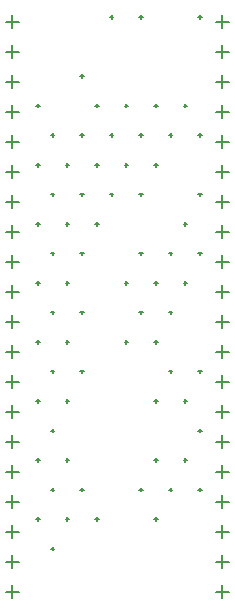
<source format=gbr>
%TF.GenerationSoftware,Altium Limited,Altium Designer,23.10.1 (27)*%
G04 Layer_Color=128*
%FSLAX45Y45*%
%MOMM*%
%TF.SameCoordinates,7A70C931-5BDF-4ABD-901A-901AFED5F3BC*%
%TF.FilePolarity,Positive*%
%TF.FileFunction,Drillmap*%
%TF.Part,Single*%
G01*
G75*
%TA.AperFunction,NonConductor*%
%ADD43C,0.12700*%
D43*
X837000Y4976500D02*
X941000D01*
X889000Y4924500D02*
Y5028500D01*
X837000Y4722500D02*
X941000D01*
X889000Y4670500D02*
Y4774500D01*
X837000Y4468500D02*
X941000D01*
X889000Y4416500D02*
Y4520500D01*
X837000Y4214500D02*
X941000D01*
X889000Y4162500D02*
Y4266500D01*
X837000Y3960500D02*
X941000D01*
X889000Y3908500D02*
Y4012500D01*
X837000Y3706500D02*
X941000D01*
X889000Y3654500D02*
Y3758500D01*
X837000Y3452500D02*
X941000D01*
X889000Y3400500D02*
Y3504500D01*
X837000Y3198500D02*
X941000D01*
X889000Y3146500D02*
Y3250500D01*
X837000Y2944500D02*
X941000D01*
X889000Y2892500D02*
Y2996500D01*
X837000Y2690500D02*
X941000D01*
X889000Y2638500D02*
Y2742500D01*
X837000Y2436500D02*
X941000D01*
X889000Y2384500D02*
Y2488500D01*
X837000Y2182500D02*
X941000D01*
X889000Y2130500D02*
Y2234500D01*
X837000Y1928500D02*
X941000D01*
X889000Y1876500D02*
Y1980500D01*
X837000Y1674500D02*
X941000D01*
X889000Y1622500D02*
Y1726500D01*
X837000Y1420500D02*
X941000D01*
X889000Y1368500D02*
Y1472500D01*
X837000Y1166500D02*
X941000D01*
X889000Y1114500D02*
Y1218500D01*
X837000Y912500D02*
X941000D01*
X889000Y860500D02*
Y964500D01*
X837000Y658500D02*
X941000D01*
X889000Y606500D02*
Y710500D01*
X837000Y404500D02*
X941000D01*
X889000Y352500D02*
Y456500D01*
X837000Y150500D02*
X941000D01*
X889000Y98500D02*
Y202500D01*
X-941000Y150500D02*
X-837000D01*
X-889000Y98500D02*
Y202500D01*
X-941000Y404500D02*
X-837000D01*
X-889000Y352500D02*
Y456500D01*
X-941000Y658500D02*
X-837000D01*
X-889000Y606500D02*
Y710500D01*
X-941000Y912500D02*
X-837000D01*
X-889000Y860500D02*
Y964500D01*
X-941000Y1166500D02*
X-837000D01*
X-889000Y1114500D02*
Y1218500D01*
X-941000Y1420500D02*
X-837000D01*
X-889000Y1368500D02*
Y1472500D01*
X-941000Y1674500D02*
X-837000D01*
X-889000Y1622500D02*
Y1726500D01*
X-941000Y1928500D02*
X-837000D01*
X-889000Y1876500D02*
Y1980500D01*
X-941000Y2182500D02*
X-837000D01*
X-889000Y2130500D02*
Y2234500D01*
X-941000Y2436500D02*
X-837000D01*
X-889000Y2384500D02*
Y2488500D01*
X-941000Y2690500D02*
X-837000D01*
X-889000Y2638500D02*
Y2742500D01*
X-941000Y2944500D02*
X-837000D01*
X-889000Y2892500D02*
Y2996500D01*
X-941000Y3198500D02*
X-837000D01*
X-889000Y3146500D02*
Y3250500D01*
X-941000Y3452500D02*
X-837000D01*
X-889000Y3400500D02*
Y3504500D01*
X-941000Y3706500D02*
X-837000D01*
X-889000Y3654500D02*
Y3758500D01*
X-941000Y3960500D02*
X-837000D01*
X-889000Y3908500D02*
Y4012500D01*
X-941000Y4214500D02*
X-837000D01*
X-889000Y4162500D02*
Y4266500D01*
X-941000Y4468500D02*
X-837000D01*
X-889000Y4416500D02*
Y4520500D01*
X-941000Y4722500D02*
X-837000D01*
X-889000Y4670500D02*
Y4774500D01*
X-941000Y4976500D02*
X-837000D01*
X-889000Y4924500D02*
Y5028500D01*
X685000Y5013500D02*
X715000D01*
X700000Y4998500D02*
Y5028500D01*
X685000Y4013500D02*
X715000D01*
X700000Y3998500D02*
Y4028500D01*
X685000Y3513500D02*
X715000D01*
X700000Y3498500D02*
Y3528500D01*
X685000Y3013500D02*
X715000D01*
X700000Y2998500D02*
Y3028500D01*
X685000Y2013500D02*
X715000D01*
X700000Y1998500D02*
Y2028500D01*
X685000Y1513500D02*
X715000D01*
X700000Y1498500D02*
Y1528500D01*
X685000Y1013500D02*
X715000D01*
X700000Y998500D02*
Y1028500D01*
X560000Y4263500D02*
X590000D01*
X575000Y4248500D02*
Y4278500D01*
X435000Y4013500D02*
X465000D01*
X450000Y3998500D02*
Y4028500D01*
X560000Y3263500D02*
X590000D01*
X575000Y3248500D02*
Y3278500D01*
X435000Y3013500D02*
X465000D01*
X450000Y2998500D02*
Y3028500D01*
X560000Y2763500D02*
X590000D01*
X575000Y2748500D02*
Y2778500D01*
X435000Y2513500D02*
X465000D01*
X450000Y2498500D02*
Y2528500D01*
X435000Y2013500D02*
X465000D01*
X450000Y1998500D02*
Y2028500D01*
X560000Y1763500D02*
X590000D01*
X575000Y1748500D02*
Y1778500D01*
X560000Y1263500D02*
X590000D01*
X575000Y1248500D02*
Y1278500D01*
X435000Y1013500D02*
X465000D01*
X450000Y998500D02*
Y1028500D01*
X185000Y5013500D02*
X215000D01*
X200000Y4998500D02*
Y5028500D01*
X310000Y4263500D02*
X340000D01*
X325000Y4248500D02*
Y4278500D01*
X185000Y4013500D02*
X215000D01*
X200000Y3998500D02*
Y4028500D01*
X310000Y3763500D02*
X340000D01*
X325000Y3748500D02*
Y3778500D01*
X185000Y3513500D02*
X215000D01*
X200000Y3498500D02*
Y3528500D01*
X185000Y3013500D02*
X215000D01*
X200000Y2998500D02*
Y3028500D01*
X310000Y2763500D02*
X340000D01*
X325000Y2748500D02*
Y2778500D01*
X185000Y2513500D02*
X215000D01*
X200000Y2498500D02*
Y2528500D01*
X310000Y2263500D02*
X340000D01*
X325000Y2248500D02*
Y2278500D01*
X310000Y1763500D02*
X340000D01*
X325000Y1748500D02*
Y1778500D01*
X310000Y1263500D02*
X340000D01*
X325000Y1248500D02*
Y1278500D01*
X185000Y1013500D02*
X215000D01*
X200000Y998500D02*
Y1028500D01*
X310000Y763500D02*
X340000D01*
X325000Y748500D02*
Y778500D01*
X-65000Y5013500D02*
X-35000D01*
X-50000Y4998500D02*
Y5028500D01*
X60000Y4263500D02*
X90000D01*
X75000Y4248500D02*
Y4278500D01*
X-65000Y4013500D02*
X-35000D01*
X-50000Y3998500D02*
Y4028500D01*
X60000Y3763500D02*
X90000D01*
X75000Y3748500D02*
Y3778500D01*
X-65000Y3513500D02*
X-35000D01*
X-50000Y3498500D02*
Y3528500D01*
X60000Y2763500D02*
X90000D01*
X75000Y2748500D02*
Y2778500D01*
X60000Y2263500D02*
X90000D01*
X75000Y2248500D02*
Y2278500D01*
X-315000Y4513500D02*
X-285000D01*
X-300000Y4498500D02*
Y4528500D01*
X-190000Y4263500D02*
X-160000D01*
X-175000Y4248500D02*
Y4278500D01*
X-315000Y4013500D02*
X-285000D01*
X-300000Y3998500D02*
Y4028500D01*
X-190000Y3763500D02*
X-160000D01*
X-175000Y3748500D02*
Y3778500D01*
X-315000Y3513500D02*
X-285000D01*
X-300000Y3498500D02*
Y3528500D01*
X-190000Y3263500D02*
X-160000D01*
X-175000Y3248500D02*
Y3278500D01*
X-315000Y3013500D02*
X-285000D01*
X-300000Y2998500D02*
Y3028500D01*
X-315000Y2513500D02*
X-285000D01*
X-300000Y2498500D02*
Y2528500D01*
X-315000Y2013500D02*
X-285000D01*
X-300000Y1998500D02*
Y2028500D01*
X-315000Y1013500D02*
X-285000D01*
X-300000Y998500D02*
Y1028500D01*
X-190000Y763500D02*
X-160000D01*
X-175000Y748500D02*
Y778500D01*
X-565000Y4013500D02*
X-535000D01*
X-550000Y3998500D02*
Y4028500D01*
X-440000Y3763500D02*
X-410000D01*
X-425000Y3748500D02*
Y3778500D01*
X-565000Y3513500D02*
X-535000D01*
X-550000Y3498500D02*
Y3528500D01*
X-440000Y3263500D02*
X-410000D01*
X-425000Y3248500D02*
Y3278500D01*
X-565000Y3013500D02*
X-535000D01*
X-550000Y2998500D02*
Y3028500D01*
X-440000Y2763500D02*
X-410000D01*
X-425000Y2748500D02*
Y2778500D01*
X-565000Y2513500D02*
X-535000D01*
X-550000Y2498500D02*
Y2528500D01*
X-440000Y2263500D02*
X-410000D01*
X-425000Y2248500D02*
Y2278500D01*
X-565000Y2013500D02*
X-535000D01*
X-550000Y1998500D02*
Y2028500D01*
X-440000Y1763500D02*
X-410000D01*
X-425000Y1748500D02*
Y1778500D01*
X-565000Y1513500D02*
X-535000D01*
X-550000Y1498500D02*
Y1528500D01*
X-440000Y1263500D02*
X-410000D01*
X-425000Y1248500D02*
Y1278500D01*
X-565000Y1013500D02*
X-535000D01*
X-550000Y998500D02*
Y1028500D01*
X-440000Y763500D02*
X-410000D01*
X-425000Y748500D02*
Y778500D01*
X-565000Y513500D02*
X-535000D01*
X-550000Y498500D02*
Y528500D01*
X-690000Y4263500D02*
X-660000D01*
X-675000Y4248500D02*
Y4278500D01*
X-690000Y3763500D02*
X-660000D01*
X-675000Y3748500D02*
Y3778500D01*
X-690000Y3263500D02*
X-660000D01*
X-675000Y3248500D02*
Y3278500D01*
X-690000Y2763500D02*
X-660000D01*
X-675000Y2748500D02*
Y2778500D01*
X-690000Y2263500D02*
X-660000D01*
X-675000Y2248500D02*
Y2278500D01*
X-690000Y1763500D02*
X-660000D01*
X-675000Y1748500D02*
Y1778500D01*
X-690000Y1263500D02*
X-660000D01*
X-675000Y1248500D02*
Y1278500D01*
X-690000Y763500D02*
X-660000D01*
X-675000Y748500D02*
Y778500D01*
%TF.MD5,4274fe97a47ef5350522d5c0b65cca0e*%
M02*

</source>
